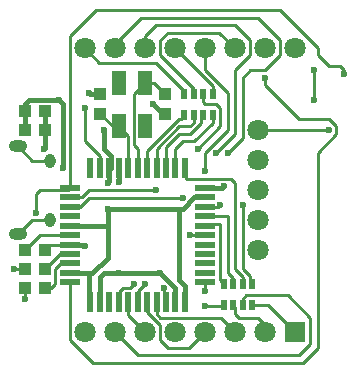
<source format=gbl>
G04 DipTrace 2.3.1.0*
%INminishiftmaster_Bottom.gbl*%
%MOIN*%
%ADD13C,0.01*%
%ADD15C,0.016*%
%ADD18R,0.0394X0.0433*%
%ADD19R,0.0433X0.0394*%
%ADD21O,0.0374X0.0492*%
%ADD22O,0.061X0.0394*%
%ADD25C,0.0709*%
%ADD26C,0.0236*%
%ADD27R,0.0709X0.0197*%
%ADD28R,0.0197X0.0709*%
%ADD29R,0.0709X0.0709*%
%ADD31R,0.0217X0.0374*%
%ADD35R,0.0472X0.0787*%
%FSLAX44Y44*%
G04*
G70*
G90*
G75*
G01*
%LNBottom*%
%LPD*%
X4736Y7611D2*
D13*
X4361D1*
X6242Y8106D2*
X5901D1*
X5406Y7611D1*
X4736Y6986D2*
Y6611D1*
X5406Y6986D2*
X5611D1*
X5736Y7111D1*
Y7611D1*
X5986Y7861D1*
X6172D1*
X6242Y7791D1*
X5405Y8236D2*
X5590Y8421D1*
X6242D1*
X4736Y12861D2*
D15*
Y12236D1*
X7856Y10980D2*
X7861Y10491D1*
X4736Y12861D2*
Y13111D1*
X4861Y13236D1*
X5861D1*
X5986Y13111D1*
Y10986D1*
X10730Y10311D2*
X11311D1*
X11361Y10361D1*
X7236Y13446D2*
X6901D1*
X6861Y13486D1*
X9401Y12776D2*
X9321D1*
X8986Y13111D1*
X9746Y6492D2*
Y6976D1*
X9236Y7486D1*
X7861D1*
X7361D1*
X7226Y7351D1*
Y6492D1*
X6242Y8421D2*
X6676D1*
X6736Y8361D1*
X9236Y7486D2*
D3*
X10236Y8736D2*
D13*
X10730D1*
X15361Y14111D2*
Y14236D1*
X15236Y14361D1*
X14861D1*
X14486Y14736D1*
Y14986D1*
X13236Y16236D1*
X7111D1*
X6236Y15361D1*
Y10317D1*
X6242Y10311D1*
X5111Y9486D2*
Y10111D1*
X5236Y10236D1*
X6167D1*
X6242Y10311D1*
Y9996D2*
X6621D1*
X6861Y10236D1*
X9111D1*
X10730Y9681D2*
X11181D1*
X11236Y9736D1*
X11986D2*
Y7611D1*
X12236Y7361D1*
Y7181D1*
X12306Y7111D1*
X9746Y10980D2*
Y11621D1*
X9986Y11861D1*
X10361D1*
X10986Y12486D1*
Y12736D1*
X9431Y10980D2*
Y11681D1*
X9861Y12111D1*
X10236D1*
X10611Y12486D1*
Y12676D1*
X10671Y12736D1*
X8727Y13818D2*
X9029D1*
X9401Y13446D1*
X8486Y10980D2*
Y11611D1*
X8361Y11736D1*
Y13452D1*
X8727Y13818D1*
X7861Y12361D2*
X7652D1*
X7236Y12777D1*
X8171Y10980D2*
Y12051D1*
X7861Y12361D1*
X10736Y14961D2*
Y14236D1*
X11486Y13486D1*
Y12236D1*
X10736Y11486D1*
Y10861D1*
X9361Y6986D2*
Y6562D1*
X9431Y6492D1*
X10730Y9051D2*
X10801D1*
X10861Y9111D1*
X11236D1*
Y7236D1*
X11361Y7111D1*
X11676D2*
Y7296D1*
X11486Y7486D1*
Y9366D1*
X10730D1*
X11991Y7111D2*
Y7356D1*
X11736Y7611D1*
Y10486D1*
X11611Y10611D1*
X10111D1*
Y11031D1*
X10061Y10980D1*
X5549Y11220D2*
X4978D1*
X4486Y11713D1*
X5549Y9252D2*
X4978D1*
X4486Y8760D1*
X4736Y8236D2*
X5236Y8736D1*
X6242D1*
X9116Y6492D2*
Y6106D1*
X9236Y5986D1*
X11262D1*
X11736Y5512D1*
X8801Y6492D2*
Y6171D1*
X9236Y5736D1*
Y5236D1*
X9486Y4986D1*
X10211D1*
X10736Y5512D1*
X7736Y14961D2*
Y15111D1*
X8611Y15986D1*
X12486D1*
X13236Y15236D1*
Y14736D1*
X12736Y14236D1*
X12236D1*
X11986Y13986D1*
Y11986D1*
X11486Y11486D1*
X8736Y7111D2*
X8486Y6861D1*
Y6492D1*
X8171D2*
Y6077D1*
X8736Y5512D1*
X7856Y6492D2*
Y6856D1*
X7986Y6986D1*
X8236D1*
X8361Y7111D1*
X11111Y11486D2*
X11736Y12111D1*
Y14236D1*
X12236Y14736D1*
Y15236D1*
X11736Y15736D1*
X9111D1*
X8736Y15361D1*
Y14961D1*
X6242Y7161D2*
Y5230D1*
X6986Y4486D1*
X13986D1*
X14486Y4986D1*
Y11486D1*
X15111Y12111D1*
Y12361D1*
X14861Y12611D1*
X13861D1*
X12736Y13736D1*
Y13986D1*
X10041Y13445D2*
Y13556D1*
X9111Y14486D1*
X7211D1*
X6736Y14961D1*
X10356Y13445D2*
Y13616D1*
X9236Y14736D1*
Y15236D1*
X9486Y15486D1*
X11211D1*
X11736Y14961D1*
X10671Y13445D2*
Y13176D1*
X10736Y13111D1*
X11111D1*
X11236Y12986D1*
Y12361D1*
X10486Y11611D1*
X10986Y13445D2*
Y13711D1*
X9736Y14961D1*
X12306Y6403D2*
X12845D1*
X13736Y5512D1*
X11991Y6403D2*
Y6616D1*
X12111Y6736D1*
X13486D1*
X14236Y5986D1*
Y5111D1*
X13861Y4736D1*
X8512D1*
X7736Y5512D1*
X12736D2*
Y5736D1*
X12486Y5986D1*
X11861D1*
X11736Y6111D1*
Y6343D1*
X11676Y6403D1*
X10736Y6361D2*
X11320D1*
X11361Y6403D1*
X9116Y10980D2*
Y11616D1*
X9861Y12361D1*
X10236D1*
X10361Y12486D1*
Y12731D1*
X10356Y12736D1*
X8801Y10980D2*
Y11551D1*
X9861Y12611D1*
X9916D1*
X10041Y12736D1*
X10736Y6861D2*
Y7156D1*
X10730Y7161D1*
X6736Y12986D2*
Y11861D1*
X7236Y11361D1*
Y10990D1*
X7226Y10980D1*
X14361Y13236D2*
Y14236D1*
X6242Y9681D2*
X6556D1*
X6861Y9986D1*
X9986D1*
X12486Y12236D2*
X14861D1*
X6242Y9051D2*
D15*
X7486D1*
Y9611D1*
X9861D1*
X9986D1*
X10371Y9996D1*
X10730D1*
X10061Y6492D2*
Y7036D1*
X9861Y7236D1*
Y9611D1*
X5406Y12861D2*
Y12236D1*
Y11656D1*
X5361Y11611D1*
X7541Y10980D2*
X7611D1*
Y11361D1*
X7361Y11611D1*
Y12236D1*
X6242Y7476D2*
X6861D1*
Y6542D1*
X6911Y6492D1*
X6861Y7476D2*
X6976D1*
X7486Y7986D1*
Y9051D1*
X7541Y10980D2*
Y10541D1*
X7486Y10486D1*
D26*
X4361Y7611D3*
X4736Y6611D3*
X7861Y10491D3*
X5986Y10986D3*
X11361Y10361D3*
X6861Y13486D3*
X5861Y13236D3*
X8986Y13111D3*
X5861Y13236D3*
X7861Y10491D3*
Y7486D3*
X6736Y8361D3*
X5861Y13236D3*
X10236Y8736D3*
X15361Y14111D3*
X5111Y9486D3*
X9111Y10236D3*
X11236Y9736D3*
X11986D3*
X10736Y10861D3*
X9361Y6986D3*
X11486Y11486D3*
X8736Y7111D3*
X8361D3*
X11111Y11486D3*
X12736Y13986D3*
X10486Y11611D3*
X10736Y6361D3*
Y6861D3*
X6736Y12986D3*
X14361Y13236D3*
Y14236D3*
X9986Y9986D3*
X14861Y12236D3*
X5361Y11611D3*
X7361Y12236D3*
X7486Y10486D3*
Y9611D3*
X9236Y7486D3*
D18*
X9401Y12776D3*
Y13446D3*
X7236D3*
Y12777D3*
D19*
X5406Y12236D3*
X4736D3*
X5406Y12861D3*
X4736D3*
Y8236D3*
X5405D3*
D21*
X5549Y11220D3*
Y9252D3*
D22*
X4486Y11713D3*
Y8760D3*
D25*
X12486Y12236D3*
Y11236D3*
Y10236D3*
Y9236D3*
Y8236D3*
D27*
X6242Y7161D3*
Y7476D3*
Y7791D3*
Y8106D3*
Y8421D3*
Y8736D3*
Y9051D3*
Y9366D3*
Y9681D3*
Y9996D3*
Y10311D3*
D28*
X6911Y10980D3*
X7226D3*
X7541D3*
X7856D3*
X8171D3*
X8486D3*
X8801D3*
X9116D3*
X9431D3*
X9746D3*
X10061D3*
D27*
X10730Y10311D3*
Y9996D3*
Y9681D3*
Y9366D3*
Y9051D3*
Y8736D3*
Y8421D3*
Y8106D3*
Y7791D3*
Y7476D3*
Y7161D3*
D28*
X10061Y6492D3*
X9746D3*
X9431D3*
X9116D3*
X8801D3*
X8486D3*
X8171D3*
X7856D3*
X7541D3*
X7226D3*
X6911D3*
D29*
X13736Y5512D3*
D25*
X12736D3*
X11736D3*
X10736D3*
X9736D3*
X8736D3*
X7736D3*
X6736D3*
Y14961D3*
X7736D3*
X8736D3*
X9736D3*
X10736D3*
X11736D3*
X12736D3*
X13736D3*
D19*
X4736Y6986D3*
X5406D3*
X4736Y7611D3*
X5406D3*
D31*
X10986Y12736D3*
X10671D3*
X10356D3*
X10041D3*
Y13445D3*
X10356D3*
X10671D3*
X10986D3*
X11361Y7111D3*
X11676D3*
X11991D3*
X12306D3*
Y6403D3*
X11991D3*
X11676D3*
X11361D3*
D35*
X7861Y12361D3*
Y13818D3*
X8727D3*
Y12361D3*
M02*

</source>
